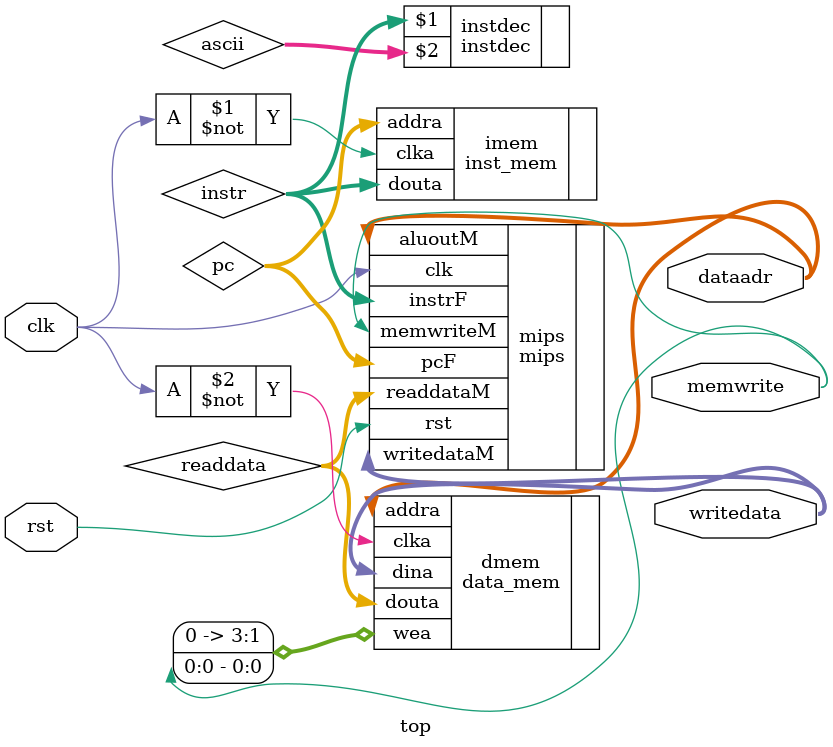
<source format=v>
`timescale 1ns / 1ps


module top(
	input  wire clk,
	input  wire rst,
	output wire [31:0] writedata,
	output wire [31:0] dataadr,
	output wire memwrite
	);

	wire [31:0] pc;
	wire [31:0] instr;
	wire [31:0] readdata;
	wire [39:0] ascii;

	mips mips(
		.clk			(clk			),
		.rst			(rst			),
		.pcF			(pc				),
		.instrF			(instr			),
		.memwriteM		(memwrite		),
		.aluoutM		(dataadr		),
		.writedataM		(writedata		),
		.readdataM		(readdata		)
	);

	instdec instdec(instr,ascii);
	
	inst_mem imem(
		.clka			(~clk			),
		.addra			(pc				),
		.douta			(instr			)
	);

	data_mem dmem(
		.clka			(~clk 			),
		.wea			({3'b0,memwrite}),
		.addra			(dataadr 		),
		.dina			(writedata		),
		.douta			(readdata 		)
	);

endmodule

</source>
